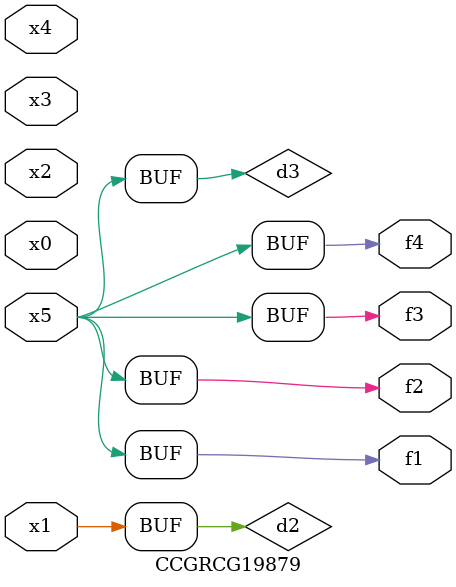
<source format=v>
module CCGRCG19879(
	input x0, x1, x2, x3, x4, x5,
	output f1, f2, f3, f4
);

	wire d1, d2, d3;

	not (d1, x5);
	or (d2, x1);
	xnor (d3, d1);
	assign f1 = d3;
	assign f2 = d3;
	assign f3 = d3;
	assign f4 = d3;
endmodule

</source>
